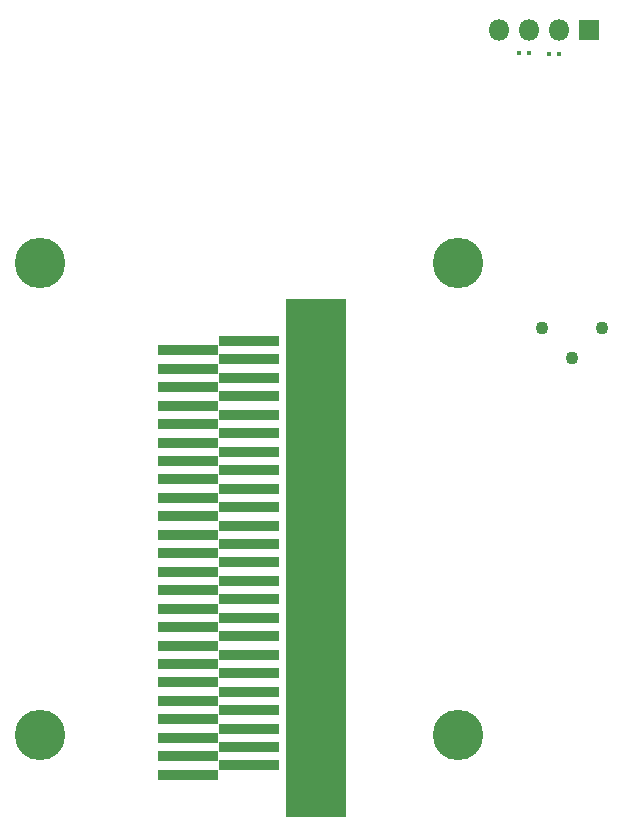
<source format=gbr>
G04 #@! TF.GenerationSoftware,KiCad,Pcbnew,5.0.0*
G04 #@! TF.CreationDate,2018-08-03T19:18:50-04:00*
G04 #@! TF.ProjectId,capacitive,636170616369746976652E6B69636164,rev?*
G04 #@! TF.SameCoordinates,Original*
G04 #@! TF.FileFunction,Soldermask,Bot*
G04 #@! TF.FilePolarity,Negative*
%FSLAX46Y46*%
G04 Gerber Fmt 4.6, Leading zero omitted, Abs format (unit mm)*
G04 Created by KiCad (PCBNEW 5.0.0) date Fri Aug  3 19:18:50 2018*
%MOMM*%
%LPD*%
G01*
G04 APERTURE LIST*
%ADD10C,1.101600*%
%ADD11R,1.801600X1.801600*%
%ADD12O,1.801600X1.801600*%
%ADD13R,0.461600X0.351600*%
%ADD14R,5.140000X0.921250*%
%ADD15R,5.140000X43.890000*%
%ADD16C,4.276600*%
G04 APERTURE END LIST*
D10*
G04 #@! TO.C,RV101*
X124540000Y-88080000D03*
X127080000Y-85540000D03*
X122000000Y-85540000D03*
G04 #@! TD*
D11*
G04 #@! TO.C,J102*
X125950000Y-60310000D03*
D12*
X123410000Y-60310000D03*
X120870000Y-60310000D03*
X118330000Y-60310000D03*
G04 #@! TD*
D13*
G04 #@! TO.C,D101*
X120870000Y-62250000D03*
X120030000Y-62250000D03*
G04 #@! TD*
G04 #@! TO.C,D103*
X123420000Y-62300000D03*
X122580000Y-62300000D03*
G04 #@! TD*
D14*
G04 #@! TO.C,J104*
X92020000Y-123359375D03*
X97180000Y-122578125D03*
X92020000Y-121796875D03*
X97180000Y-121015625D03*
X92020000Y-120234375D03*
X97180000Y-119453125D03*
X92020000Y-118671875D03*
X97180000Y-117890625D03*
X92020000Y-117109375D03*
X97180000Y-116328125D03*
X92020000Y-115546875D03*
X97180000Y-114765625D03*
X92020000Y-113984375D03*
X97180000Y-113203125D03*
X92020000Y-112421875D03*
X97180000Y-111640625D03*
X92020000Y-110859375D03*
X97180000Y-110078125D03*
X92020000Y-109296875D03*
X97180000Y-108515625D03*
X92020000Y-107734375D03*
X97180000Y-106953125D03*
X92020000Y-106171875D03*
X97180000Y-105390625D03*
X92020000Y-104609375D03*
X97180000Y-103828125D03*
X92020000Y-103046875D03*
X97180000Y-102265625D03*
X92020000Y-101484375D03*
X97180000Y-100703125D03*
X92020000Y-99921875D03*
X97180000Y-99140625D03*
X92020000Y-98359375D03*
X97180000Y-97578125D03*
X92020000Y-96796875D03*
X97180000Y-96015625D03*
X92020000Y-95234375D03*
X97180000Y-94453125D03*
X92020000Y-93671875D03*
X97180000Y-92890625D03*
X92020000Y-92109375D03*
X97180000Y-91328125D03*
X92020000Y-90546875D03*
X97180000Y-89765625D03*
X92020000Y-88984375D03*
X97180000Y-88203125D03*
X92020000Y-87421875D03*
X97180000Y-86640625D03*
G04 #@! TD*
D15*
G04 #@! TO.C,J105*
X102820000Y-105000000D03*
G04 #@! TD*
D16*
G04 #@! TO.C,J101*
X79485100Y-80000000D03*
G04 #@! TD*
G04 #@! TO.C,J107*
X114902500Y-80000000D03*
G04 #@! TD*
G04 #@! TO.C,J108*
X79485100Y-120000000D03*
G04 #@! TD*
G04 #@! TO.C,J109*
X114902500Y-120000000D03*
G04 #@! TD*
M02*

</source>
